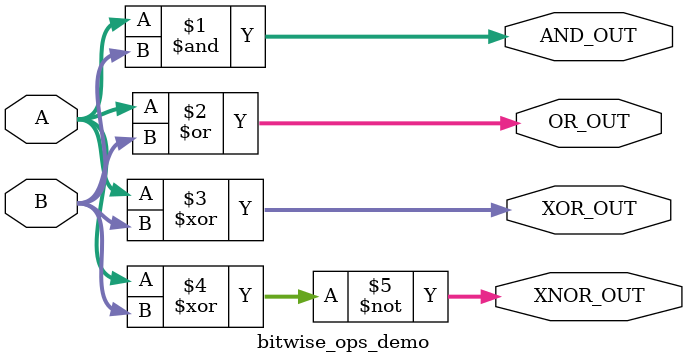
<source format=v>
module bitwise_ops_demo(
    input [3:0]A,B,
    output [3:0]AND_OUT,OR_OUT,XOR_OUT,XNOR_OUT
);

    assign AND_OUT = A & B;
    assign OR_OUT = A | B;
    assign XOR_OUT = A ^ B;
    assign XNOR_OUT = ~(A ^ B);
endmodule

</source>
